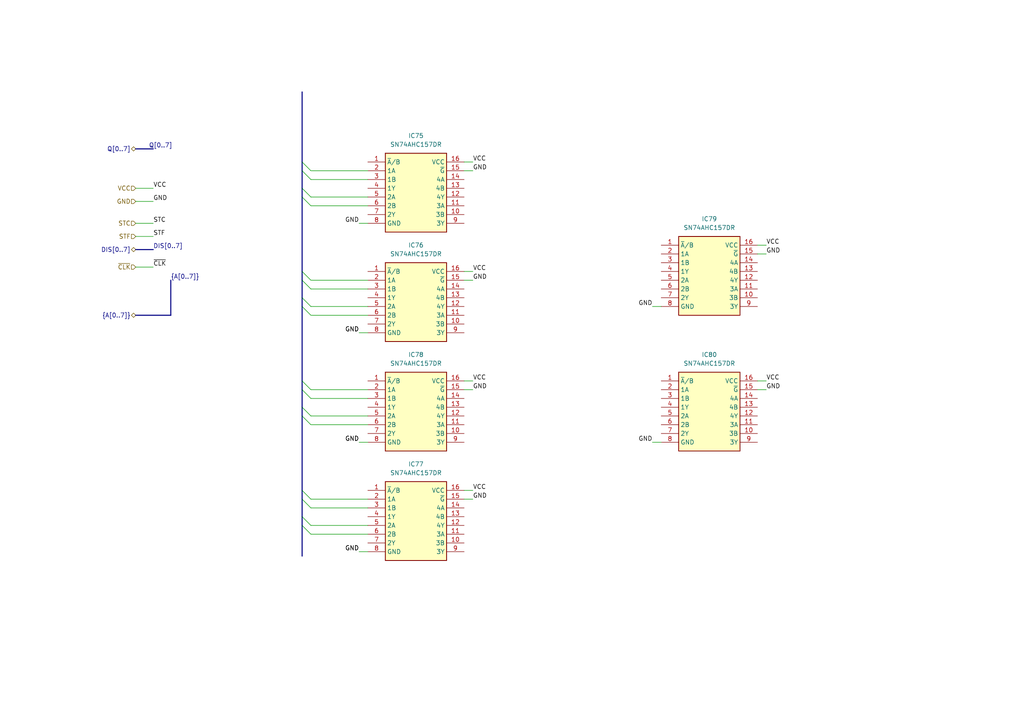
<source format=kicad_sch>
(kicad_sch (version 20250114) (generator "eeschema") (generator_version "9.0")
  (paper "A4")
  (lib_symbols
    (symbol "Samacsys:SN74AHC157DR"
      (property "Reference" "IC" (at 24.13 7.62 0))
      (property "Value" "SN74AHC157DR" (at 24.13 5.08 0))
      (symbol "SN74AHC157DR_1_1"
        (rectangle (start 5.08 2.54) (end 22.86 -20.32) (stroke (width 0.254)) (fill (type background)))
        (pin input line (at 0 0 0) (length 5.08) (name "~{A}/B") (number "1"))
        (pin input line (at 0 -2.54 0) (length 5.08) (name "1A") (number "2"))
        (pin input line (at 0 -5.08 0) (length 5.08) (name "1B") (number "3"))
        (pin output line (at 0 -7.62 0) (length 5.08) (name "1Y") (number "4"))
        (pin input line (at 0 -10.16 0) (length 5.08) (name "2A") (number "5"))
        (pin input line (at 0 -12.7 0) (length 5.08) (name "2B") (number "6"))
        (pin output line (at 0 -15.24 0) (length 5.08) (name "2Y") (number "7"))
        (pin power_in line (at 0 -17.78 0) (length 5.08) (name "GND") (number "8"))
        (pin power_in line (at 27.94 0 180) (length 5.08) (name "VCC") (number "16"))
        (pin input line (at 27.94 -2.54 180) (length 5.08) (name "~{G}") (number "15"))
        (pin input line (at 27.94 -5.08 180) (length 5.08) (name "4A") (number "14"))
        (pin input line (at 27.94 -7.62 180) (length 5.08) (name "4B") (number "13"))
        (pin output line (at 27.94 -10.16 180) (length 5.08) (name "4Y") (number "12"))
        (pin input line (at 27.94 -12.7 180) (length 5.08) (name "3A") (number "11"))
        (pin input line (at 27.94 -15.24 180) (length 5.08) (name "3B") (number "10"))
        (pin output line (at 27.94 -17.78 180) (length 5.08) (name "3Y") (number "9"))
      )
    )
  )
  (bus_entry (at 87.63 86.36) (size 2.54 2.54))
  (bus_entry (at 87.63 88.9) (size 2.54 2.54))
  (bus_entry (at 87.63 144.78) (size 2.54 2.54))
  (bus_entry (at 87.63 46.99) (size 2.54 2.54))
  (bus_entry (at 87.63 113.03) (size 2.54 2.54))
  (bus_entry (at 87.63 49.53) (size 2.54 2.54))
  (bus_entry (at 87.63 81.28) (size 2.54 2.54))
  (bus_entry (at 87.63 78.74) (size 2.54 2.54))
  (bus_entry (at 87.63 57.15) (size 2.54 2.54))
  (bus_entry (at 87.63 110.49) (size 2.54 2.54))
  (bus_entry (at 87.63 152.4) (size 2.54 2.54))
  (bus_entry (at 87.63 149.86) (size 2.54 2.54))
  (bus_entry (at 87.63 142.24) (size 2.54 2.54))
  (bus_entry (at 87.63 120.65) (size 2.54 2.54))
  (bus_entry (at 87.63 54.61) (size 2.54 2.54))
  (bus_entry (at 87.63 118.11) (size 2.54 2.54))
  (wire (pts (xy 134.62 46.99) (xy 137.16 46.99)))
  (bus (pts (xy 87.63 88.9) (xy 87.63 110.49)))
  (wire (pts (xy 39.37 68.58) (xy 44.45 68.58)))
  (wire (pts (xy 90.17 147.32) (xy 106.68 147.32)))
  (wire (pts (xy 90.17 52.07) (xy 106.68 52.07)))
  (wire (pts (xy 134.62 142.24) (xy 137.16 142.24)))
  (wire (pts (xy 39.37 64.77) (xy 44.45 64.77)))
  (wire (pts (xy 134.62 78.74) (xy 137.16 78.74)))
  (wire (pts (xy 219.71 110.49) (xy 222.25 110.49)))
  (wire (pts (xy 39.37 77.47) (xy 44.45 77.47)))
  (wire (pts (xy 137.16 81.28) (xy 134.62 81.28)))
  (wire (pts (xy 90.17 49.53) (xy 106.68 49.53)))
  (wire (pts (xy 219.71 71.12) (xy 222.25 71.12)))
  (bus (pts (xy 87.63 113.03) (xy 87.63 118.11)))
  (bus (pts (xy 87.63 49.53) (xy 87.63 54.61)))
  (wire (pts (xy 104.14 96.52) (xy 106.68 96.52)))
  (wire (pts (xy 90.17 123.19) (xy 106.68 123.19)))
  (wire (pts (xy 90.17 59.69) (xy 106.68 59.69)))
  (wire (pts (xy 90.17 83.82) (xy 106.68 83.82)))
  (bus (pts (xy 87.63 149.86) (xy 87.63 152.4)))
  (bus (pts (xy 87.63 86.36) (xy 87.63 88.9)))
  (bus (pts (xy 87.63 46.99) (xy 87.63 49.53)))
  (bus (pts (xy 39.37 91.44) (xy 49.53 91.44)))
  (bus (pts (xy 87.63 57.15) (xy 87.63 78.74)))
  (bus (pts (xy 87.63 152.4) (xy 87.63 161.29)))
  (wire (pts (xy 90.17 113.03) (xy 106.68 113.03)))
  (bus (pts (xy 87.63 144.78) (xy 87.63 149.86)))
  (wire (pts (xy 189.23 128.27) (xy 191.77 128.27)))
  (wire (pts (xy 134.62 110.49) (xy 137.16 110.49)))
  (wire (pts (xy 222.25 113.03) (xy 219.71 113.03)))
  (wire (pts (xy 104.14 64.77) (xy 106.68 64.77)))
  (wire (pts (xy 90.17 57.15) (xy 106.68 57.15)))
  (bus (pts (xy 87.63 142.24) (xy 87.63 144.78)))
  (wire (pts (xy 39.37 54.61) (xy 44.45 54.61)))
  (wire (pts (xy 90.17 152.4) (xy 106.68 152.4)))
  (bus (pts (xy 87.63 78.74) (xy 87.63 81.28)))
  (wire (pts (xy 90.17 81.28) (xy 106.68 81.28)))
  (bus (pts (xy 87.63 81.28) (xy 87.63 86.36)))
  (bus (pts (xy 87.63 118.11) (xy 87.63 120.65)))
  (bus (pts (xy 87.63 26.67) (xy 87.63 46.99)))
  (bus (pts (xy 87.63 54.61) (xy 87.63 57.15)))
  (wire (pts (xy 90.17 91.44) (xy 106.68 91.44)))
  (wire (pts (xy 39.37 58.42) (xy 44.45 58.42)))
  (wire (pts (xy 189.23 88.9) (xy 191.77 88.9)))
  (wire (pts (xy 90.17 115.57) (xy 106.68 115.57)))
  (wire (pts (xy 90.17 144.78) (xy 106.68 144.78)))
  (wire (pts (xy 137.16 49.53) (xy 134.62 49.53)))
  (bus (pts (xy 49.53 91.44) (xy 49.53 81.28)))
  (wire (pts (xy 104.14 128.27) (xy 106.68 128.27)))
  (wire (pts (xy 90.17 154.94) (xy 106.68 154.94)))
  (bus (pts (xy 87.63 120.65) (xy 87.63 142.24)))
  (bus (pts (xy 39.37 43.18) (xy 44.45 43.18)))
  (bus (pts (xy 39.37 72.39) (xy 44.45 72.39)))
  (wire (pts (xy 90.17 120.65) (xy 106.68 120.65)))
  (wire (pts (xy 222.25 73.66) (xy 219.71 73.66)))
  (wire (pts (xy 90.17 88.9) (xy 106.68 88.9)))
  (bus (pts (xy 87.63 110.49) (xy 87.63 113.03)))
  (wire (pts (xy 104.14 160.02) (xy 106.68 160.02)))
  (wire (pts (xy 137.16 113.03) (xy 134.62 113.03)))
  (wire (pts (xy 137.16 144.78) (xy 134.62 144.78)))
  (label "GND" (at 104.14 160.02 180))
  (label "GND" (at 137.16 144.78 0))
  (label "GND" (at 137.16 49.53 0))
  (label "VCC" (at 222.25 110.49 0))
  (label "VCC" (at 137.16 78.74 0))
  (label "GND" (at 104.14 128.27 180))
  (label "GND" (at 137.16 113.03 0))
  (label "VCC" (at 44.45 54.61 0))
  (label "DIS[0..7]" (at 44.45 72.39 0))
  (label "GND" (at 104.14 96.52 180))
  (label "VCC" (at 222.25 71.12 0))
  (label "STC" (at 44.45 64.77 0))
  (label "VCC" (at 137.16 142.24 0))
  (label "GND" (at 222.25 73.66 0))
  (label "~{CLK}" (at 44.45 77.47 0))
  (label "GND" (at 104.14 64.77 180))
  (label "GND" (at 137.16 81.28 0))
  (label "{A[0..7]}" (at 49.53 81.28 0))
  (label "VCC" (at 137.16 110.49 0))
  (label "GND" (at 189.23 128.27 180))
  (label "Q[0..7]" (at 43.18 43.18 0))
  (label "VCC" (at 137.16 46.99 0))
  (label "GND" (at 189.23 88.9 180))
  (label "GND" (at 104.14 160.02 180))
  (label "GND" (at 222.25 113.03 0))
  (label "STF" (at 44.45 68.58 0))
  (label "GND" (at 104.14 128.27 180))
  (label "GND" (at 104.14 96.52 180))
  (label "GND" (at 44.45 58.42 0))
  (hierarchical_label "Q[0..7]" (shape tri_state) (at 39.37 43.18 180))
  (hierarchical_label "STC" (shape input) (at 39.37 64.77 180))
  (hierarchical_label "STF" (shape input) (at 39.37 68.58 180))
  (hierarchical_label "{A[0..7]}" (shape tri_state) (at 39.37 91.44 180))
  (hierarchical_label "~{CLK}" (shape input) (at 39.37 77.47 180))
  (hierarchical_label "DIS[0..7]" (shape tri_state) (at 39.37 72.39 180))
  (hierarchical_label "VCC" (shape input) (at 39.37 54.61 180))
  (hierarchical_label "GND" (shape input) (at 39.37 58.42 180))
  (symbol (lib_id "Samacsys:SN74AHC157DR") (at 106.68 142.24 0) (unit 1)
    (property "Reference" "IC77" (at 120.65 134.62 0))
    (property "Value" "SN74AHC157DR" (at 120.65 137.16 0))
    (property "Footprint" "Samacsys:SOIC127P600X175-16N" (effects (hide yes)))
    (property "Datasheet" "http://www.ti.com/lit/gpn/sn74ahc157" (effects (hide yes)))
    (property "Description" "Quadruple 2-Line To 1-Line Data Selectors / Multiplexers" (effects (hide yes)))
    (property "Height" "1.75" (effects (hide yes)))
    (property "Mouser Part Number" "595-SN74AHC157DR" (effects (hide yes)))
    (property "Mouser Price/Stock" "https://www.mouser.co.uk/ProductDetail/Texas-Instruments/SN74AHC157DR?qs=nMmhAzRCgdCMVxhGfqxf9A%3D%3D" (effects (hide yes)))
    (property "Manufacturer_Name" "Texas Instruments" (effects (hide yes)))
    (property "Manufacturer_Part_Number" "SN74AHC157DR" (effects (hide yes)))
  )
  (symbol (lib_id "Samacsys:SN74AHC157DR") (at 106.68 78.74 0) (unit 1)
    (property "Reference" "IC76" (at 120.65 71.12 0))
    (property "Value" "SN74AHC157DR" (at 120.65 73.66 0))
    (property "Footprint" "Samacsys:SOIC127P600X175-16N" (effects (hide yes)))
    (property "Datasheet" "http://www.ti.com/lit/gpn/sn74ahc157" (effects (hide yes)))
    (property "Description" "Quadruple 2-Line To 1-Line Data Selectors / Multiplexers" (effects (hide yes)))
    (property "Height" "1.75" (effects (hide yes)))
    (property "Mouser Part Number" "595-SN74AHC157DR" (effects (hide yes)))
    (property "Mouser Price/Stock" "https://www.mouser.co.uk/ProductDetail/Texas-Instruments/SN74AHC157DR?qs=nMmhAzRCgdCMVxhGfqxf9A%3D%3D" (effects (hide yes)))
    (property "Manufacturer_Name" "Texas Instruments" (effects (hide yes)))
    (property "Manufacturer_Part_Number" "SN74AHC157DR" (effects (hide yes)))
  )
  (symbol (lib_id "Samacsys:SN74AHC157DR") (at 191.77 71.12 0) (unit 1)
    (property "Reference" "IC79" (at 205.74 63.5 0))
    (property "Value" "SN74AHC157DR" (at 205.74 66.04 0))
    (property "Footprint" "Samacsys:SOIC127P600X175-16N" (effects (hide yes)))
    (property "Datasheet" "http://www.ti.com/lit/gpn/sn74ahc157" (effects (hide yes)))
    (property "Description" "Quadruple 2-Line To 1-Line Data Selectors / Multiplexers" (effects (hide yes)))
    (property "Height" "1.75" (effects (hide yes)))
    (property "Mouser Part Number" "595-SN74AHC157DR" (effects (hide yes)))
    (property "Mouser Price/Stock" "https://www.mouser.co.uk/ProductDetail/Texas-Instruments/SN74AHC157DR?qs=nMmhAzRCgdCMVxhGfqxf9A%3D%3D" (effects (hide yes)))
    (property "Manufacturer_Name" "Texas Instruments" (effects (hide yes)))
    (property "Manufacturer_Part_Number" "SN74AHC157DR" (effects (hide yes)))
  )
  (symbol (lib_id "Samacsys:SN74AHC157DR") (at 191.77 110.49 0) (unit 1)
    (property "Reference" "IC80" (at 205.74 102.87 0))
    (property "Value" "SN74AHC157DR" (at 205.74 105.41 0))
    (property "Footprint" "Samacsys:SOIC127P600X175-16N" (effects (hide yes)))
    (property "Datasheet" "http://www.ti.com/lit/gpn/sn74ahc157" (effects (hide yes)))
    (property "Description" "Quadruple 2-Line To 1-Line Data Selectors / Multiplexers" (effects (hide yes)))
    (property "Height" "1.75" (effects (hide yes)))
    (property "Mouser Part Number" "595-SN74AHC157DR" (effects (hide yes)))
    (property "Mouser Price/Stock" "https://www.mouser.co.uk/ProductDetail/Texas-Instruments/SN74AHC157DR?qs=nMmhAzRCgdCMVxhGfqxf9A%3D%3D" (effects (hide yes)))
    (property "Manufacturer_Name" "Texas Instruments" (effects (hide yes)))
    (property "Manufacturer_Part_Number" "SN74AHC157DR" (effects (hide yes)))
  )
  (symbol (lib_id "Samacsys:SN74AHC157DR") (at 106.68 110.49 0) (unit 1)
    (property "Reference" "IC78" (at 120.65 102.87 0))
    (property "Value" "SN74AHC157DR" (at 120.65 105.41 0))
    (property "Footprint" "Samacsys:SOIC127P600X175-16N" (effects (hide yes)))
    (property "Datasheet" "http://www.ti.com/lit/gpn/sn74ahc157" (effects (hide yes)))
    (property "Description" "Quadruple 2-Line To 1-Line Data Selectors / Multiplexers" (effects (hide yes)))
    (property "Height" "1.75" (effects (hide yes)))
    (property "Mouser Part Number" "595-SN74AHC157DR" (effects (hide yes)))
    (property "Mouser Price/Stock" "https://www.mouser.co.uk/ProductDetail/Texas-Instruments/SN74AHC157DR?qs=nMmhAzRCgdCMVxhGfqxf9A%3D%3D" (effects (hide yes)))
    (property "Manufacturer_Name" "Texas Instruments" (effects (hide yes)))
    (property "Manufacturer_Part_Number" "SN74AHC157DR" (effects (hide yes)))
  )
  (symbol (lib_id "Samacsys:SN74AHC157DR") (at 106.68 46.99 0) (unit 1)
    (property "Reference" "IC75" (at 120.65 39.37 0))
    (property "Value" "SN74AHC157DR" (at 120.65 41.91 0))
    (property "Footprint" "Samacsys:SOIC127P600X175-16N" (effects (hide yes)))
    (property "Datasheet" "http://www.ti.com/lit/gpn/sn74ahc157" (effects (hide yes)))
    (property "Description" "Quadruple 2-Line To 1-Line Data Selectors / Multiplexers" (effects (hide yes)))
    (property "Height" "1.75" (effects (hide yes)))
    (property "Mouser Part Number" "595-SN74AHC157DR" (effects (hide yes)))
    (property "Mouser Price/Stock" "https://www.mouser.co.uk/ProductDetail/Texas-Instruments/SN74AHC157DR?qs=nMmhAzRCgdCMVxhGfqxf9A%3D%3D" (effects (hide yes)))
    (property "Manufacturer_Name" "Texas Instruments" (effects (hide yes)))
    (property "Manufacturer_Part_Number" "SN74AHC157DR" (effects (hide yes)))
  )
)
</source>
